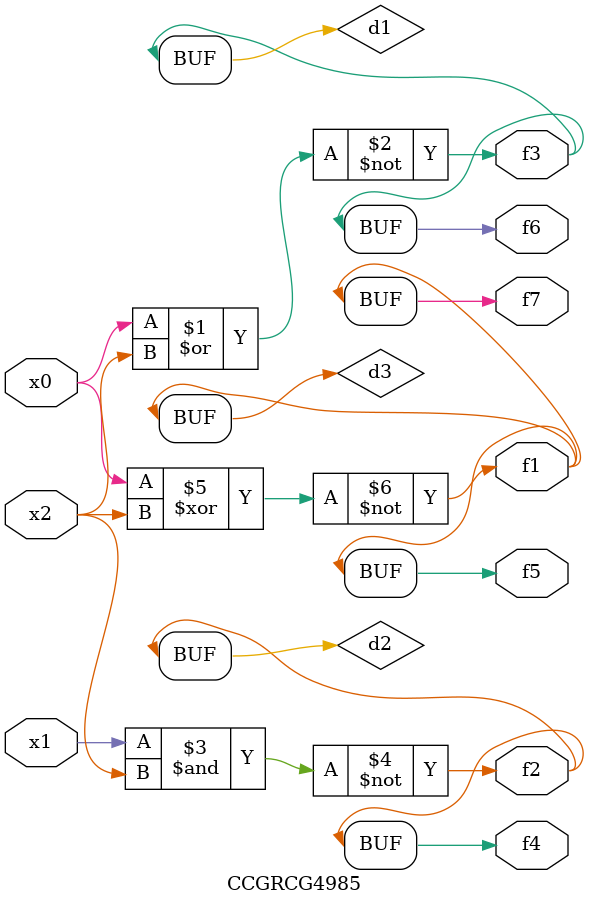
<source format=v>
module CCGRCG4985(
	input x0, x1, x2,
	output f1, f2, f3, f4, f5, f6, f7
);

	wire d1, d2, d3;

	nor (d1, x0, x2);
	nand (d2, x1, x2);
	xnor (d3, x0, x2);
	assign f1 = d3;
	assign f2 = d2;
	assign f3 = d1;
	assign f4 = d2;
	assign f5 = d3;
	assign f6 = d1;
	assign f7 = d3;
endmodule

</source>
